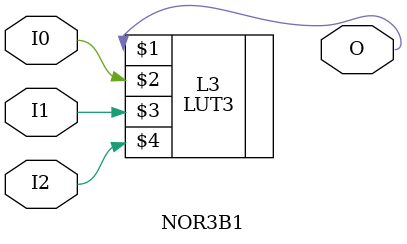
<source format=v>


`timescale  1 ps / 1 ps


module NOR3B1 (O, I0, I1, I2);

    output O;

    input  I0, I1, I2;

    LUT3 #(.INIT(8'h02)) L3 (O, I0, I1, I2);

endmodule

</source>
